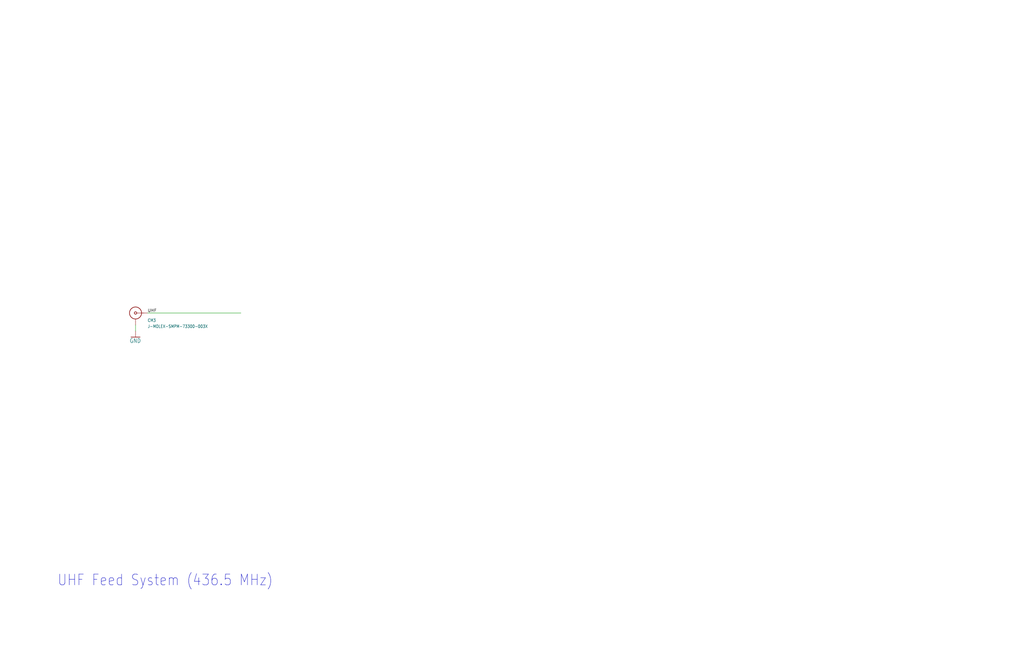
<source format=kicad_sch>
(kicad_sch (version 20211123) (generator eeschema)
  (paper "USLedger")
  (title_block (title "+Z End Card w/ Turnstile") (rev "1.0"))
  (lib_symbols
    (symbol "OreSat-j-molex-smpm-73300-003x:J-MOLEX-SMPM-73300-003X"
      (property "Reference" "CM1" (at -3.81 -5.08 0))
      (property "Value" "J-MOLEX-SMPM-73300-003X" (at -19.05 3.81 0))
      (symbol "J-MOLEX-SMPM-73300-003X_1_0"
        (polyline (pts (xy 0.508 0) (xy 3.556 0)) (stroke (width 0.1524)))
        (circle (center 0 0) (radius 0.508) (stroke (width 0.254)))
        (circle (center 0 0) (radius 2.54) (stroke (width 0.254)))
        (pin passive line (at 0 -5.08 90) (length 2.54) (name "SHIELD3") (number "GND"))
        (pin passive line (at 5.08 0 180) (length 2.54) (name "CENTER") (number "RF"))
      )
    )
    (symbol "plusz-end-card-with-turnstile-eagle-import:GND" (power)
      (property "Value" "GND" (at -2.54 -2.54 0))
      (symbol "GND_1_0"
        (polyline (pts (xy -1.905 0) (xy 1.905 0)) (stroke (width 0.254)))
        (pin power_in line (at 0 2.54 270) (length 2.54) (name "GND") (number "1"))
      )
    )
  )
  (wire (pts (xy 57.15 139.7) (xy 57.15 137.16)))
  (wire (pts (xy 101.6 132.08) (xy 62.23 132.08)))
  (text "UHF Feed System (436.5 MHz)" (at 24.13 247.65 180) (effects (font (size 4.572 3.8862)) (justify left bottom)))
  (label "UHF" (at 62.23 132.08 0) (effects (font (size 1.2446 1.2446))))
  (symbol (lib_id "plusz-end-card-with-turnstile-eagle-import:GND") (at 57.15 142.24 0) (unit 1)
    (property "Reference" "#GND011" (effects hide))
    (property "Value" "GND" (at 54.61 144.78 0) (effects (font (size 1.778 1.5113)) (justify left bottom)))
    (property "Footprint" "plusz-end-card-with-turnstile:" (effects hide))
  )
  (symbol (lib_id "OreSat-j-molex-smpm-73300-003x:J-MOLEX-SMPM-73300-003X") (at 57.15 132.08 0) (unit 1)
    (property "Reference" "CM3" (at 62.23 135.89 0) (effects (font (size 1.27 1.0795)) (justify left bottom)))
    (property "Value" "J-MOLEX-SMPM-73300-003X" (at 62.23 138.43 0) (effects (font (size 1.27 1.0795)) (justify left bottom)))
    (property "Footprint" "oresat-footprints:J-MOLEX-SMPM-073300-003X" (effects hide))
  )
)
</source>
